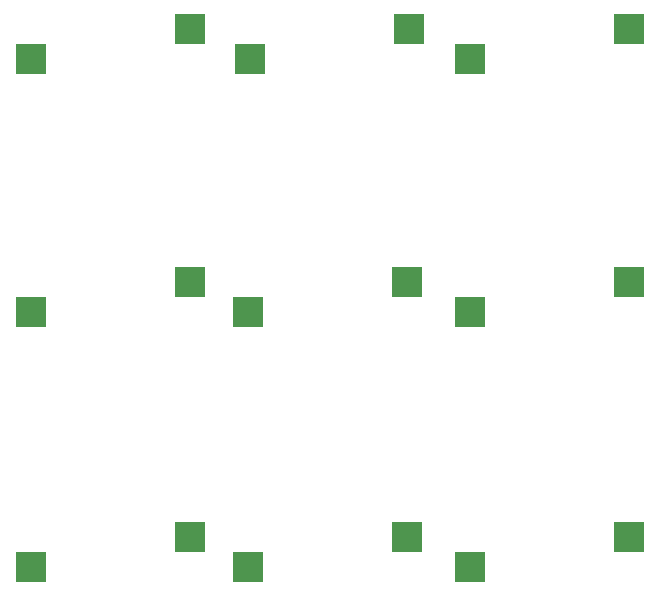
<source format=gbp>
G04*
G04 #@! TF.GenerationSoftware,Altium Limited,Altium Designer,25.8.1 (18)*
G04*
G04 Layer_Color=128*
%FSLAX44Y44*%
%MOMM*%
G71*
G04*
G04 #@! TF.SameCoordinates,ADD3D31B-8851-4C81-8C4E-7CFF1D2DEE2F*
G04*
G04*
G04 #@! TF.FilePolarity,Positive*
G04*
G01*
G75*
%ADD44R,2.5500X2.5000*%
D44*
X524570Y636270D02*
D03*
X659070Y661670D02*
D03*
X844490D02*
D03*
X709990Y636270D02*
D03*
X896680D02*
D03*
X1031180Y661670D02*
D03*
X659070Y447040D02*
D03*
X524570Y421640D02*
D03*
X708720D02*
D03*
X843220Y447040D02*
D03*
X1031180D02*
D03*
X896680Y421640D02*
D03*
X524570Y205740D02*
D03*
X659070Y231140D02*
D03*
X843220D02*
D03*
X708720Y205740D02*
D03*
X896680D02*
D03*
X1031180Y231140D02*
D03*
M02*

</source>
